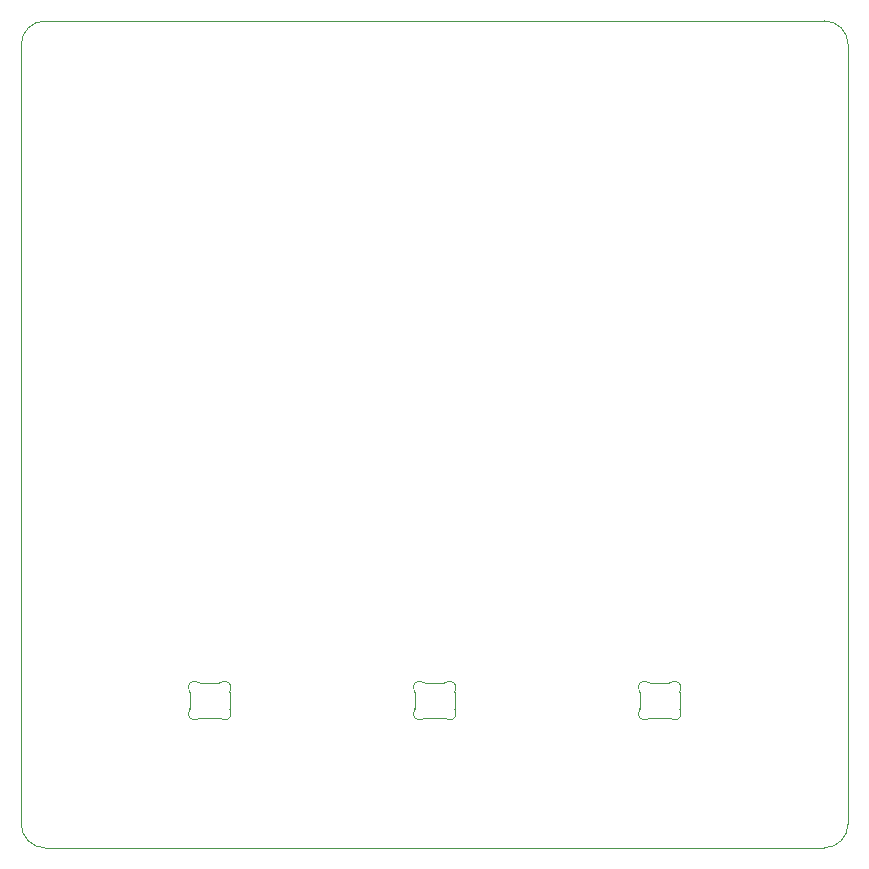
<source format=gm1>
G04 #@! TF.GenerationSoftware,KiCad,Pcbnew,7.0.9*
G04 #@! TF.CreationDate,2023-11-15T15:13:26+00:00*
G04 #@! TF.ProjectId,analog,616e616c-6f67-42e6-9b69-6361645f7063,1*
G04 #@! TF.SameCoordinates,Original*
G04 #@! TF.FileFunction,Profile,NP*
%FSLAX46Y46*%
G04 Gerber Fmt 4.6, Leading zero omitted, Abs format (unit mm)*
G04 Created by KiCad (PCBNEW 7.0.9) date 2023-11-15 15:13:26*
%MOMM*%
%LPD*%
G01*
G04 APERTURE LIST*
G04 #@! TA.AperFunction,Profile*
%ADD10C,0.100000*%
G04 #@! TD*
G04 APERTURE END LIST*
D10*
X83800000Y-15800000D02*
X17800000Y-15800000D01*
X83800000Y-85800000D02*
G75*
G03*
X85800000Y-83800000I-100J2000100D01*
G01*
X85800000Y-17800000D02*
X85800000Y-83800000D01*
X83800000Y-85800000D02*
X17800000Y-85800000D01*
X15800000Y-83800000D02*
G75*
G03*
X17800000Y-85800000I1999960J-40D01*
G01*
X15800000Y-83800000D02*
X15800000Y-17800000D01*
X17800000Y-15800000D02*
G75*
G03*
X15800000Y-17800000I0J-2000000D01*
G01*
X85800000Y-17800000D02*
G75*
G03*
X83800000Y-15800000I-2000000J0D01*
G01*
X71549999Y-72639657D02*
X71549999Y-74045341D01*
X70644452Y-74842499D02*
X69055548Y-74842499D01*
X69055548Y-71842500D02*
X70644453Y-71842500D01*
X68150001Y-74045341D02*
X68150001Y-72639657D01*
X71550000Y-74045341D02*
G75*
G03*
X71599485Y-74262219I499989J-2D01*
G01*
X70896711Y-74910798D02*
G75*
G03*
X71599483Y-74262218I252259J431700D01*
G01*
X71599484Y-72422779D02*
G75*
G03*
X71549999Y-72639656I450505J-216876D01*
G01*
X71599484Y-72422779D02*
G75*
G03*
X70896711Y-71774202I-450515J216877D01*
G01*
X70644453Y-71842500D02*
G75*
G03*
X70896711Y-71774201I-3J500009D01*
G01*
X70896711Y-74910798D02*
G75*
G03*
X70644452Y-74842499I-252261J-431710D01*
G01*
X68803289Y-71774200D02*
G75*
G03*
X69055547Y-71842499I252261J431710D01*
G01*
X69055548Y-74842500D02*
G75*
G03*
X68803290Y-74910798I2J-500010D01*
G01*
X68100520Y-74262221D02*
G75*
G03*
X68803289Y-74910796I450510J-216879D01*
G01*
X68100517Y-74262219D02*
G75*
G03*
X68150001Y-74045342I-450877J216959D01*
G01*
X68803289Y-71774200D02*
G75*
G03*
X68100516Y-72422779I-252259J-431700D01*
G01*
X68149976Y-72639657D02*
G75*
G03*
X68100516Y-72422779I-499976J57D01*
G01*
X33449999Y-72639657D02*
X33449999Y-74045341D01*
X32544452Y-74842499D02*
X30955548Y-74842499D01*
X30955548Y-71842500D02*
X32544453Y-71842500D01*
X30050001Y-74045341D02*
X30050001Y-72639657D01*
X33450000Y-74045341D02*
G75*
G03*
X33499485Y-74262219I499989J-2D01*
G01*
X32796711Y-74910798D02*
G75*
G03*
X33499483Y-74262218I252259J431700D01*
G01*
X33499484Y-72422779D02*
G75*
G03*
X33449999Y-72639656I450505J-216876D01*
G01*
X33499484Y-72422779D02*
G75*
G03*
X32796711Y-71774202I-450515J216877D01*
G01*
X32544453Y-71842500D02*
G75*
G03*
X32796711Y-71774201I-3J500009D01*
G01*
X32796711Y-74910798D02*
G75*
G03*
X32544452Y-74842499I-252261J-431710D01*
G01*
X30703289Y-71774200D02*
G75*
G03*
X30955547Y-71842499I252261J431710D01*
G01*
X30955548Y-74842500D02*
G75*
G03*
X30703290Y-74910798I2J-500010D01*
G01*
X30000520Y-74262221D02*
G75*
G03*
X30703289Y-74910796I450510J-216879D01*
G01*
X30000517Y-74262219D02*
G75*
G03*
X30050001Y-74045342I-450877J216959D01*
G01*
X30703289Y-71774200D02*
G75*
G03*
X30000516Y-72422779I-252259J-431700D01*
G01*
X30049976Y-72639657D02*
G75*
G03*
X30000516Y-72422779I-499976J57D01*
G01*
X52499999Y-72639657D02*
X52499999Y-74045341D01*
X51594452Y-74842499D02*
X50005548Y-74842499D01*
X50005548Y-71842500D02*
X51594453Y-71842500D01*
X49100001Y-74045341D02*
X49100001Y-72639657D01*
X52500000Y-74045341D02*
G75*
G03*
X52549485Y-74262219I499989J-2D01*
G01*
X51846711Y-74910798D02*
G75*
G03*
X52549483Y-74262218I252259J431700D01*
G01*
X52549484Y-72422779D02*
G75*
G03*
X52499999Y-72639656I450505J-216876D01*
G01*
X52549484Y-72422779D02*
G75*
G03*
X51846711Y-71774202I-450515J216877D01*
G01*
X51594453Y-71842500D02*
G75*
G03*
X51846711Y-71774201I-3J500009D01*
G01*
X51846711Y-74910798D02*
G75*
G03*
X51594452Y-74842499I-252261J-431710D01*
G01*
X49753289Y-71774200D02*
G75*
G03*
X50005547Y-71842499I252261J431710D01*
G01*
X50005548Y-74842500D02*
G75*
G03*
X49753290Y-74910798I2J-500010D01*
G01*
X49050520Y-74262221D02*
G75*
G03*
X49753289Y-74910796I450510J-216879D01*
G01*
X49050517Y-74262219D02*
G75*
G03*
X49100001Y-74045342I-450877J216959D01*
G01*
X49753289Y-71774200D02*
G75*
G03*
X49050516Y-72422779I-252259J-431700D01*
G01*
X49099976Y-72639657D02*
G75*
G03*
X49050516Y-72422779I-499976J57D01*
G01*
M02*

</source>
